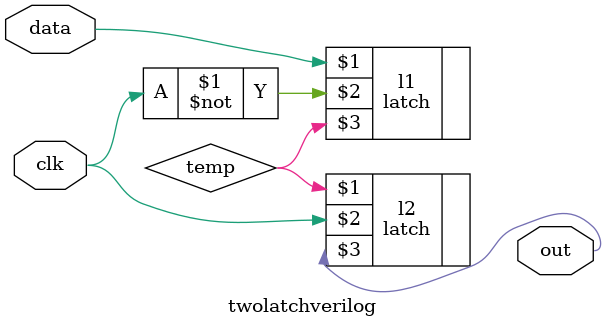
<source format=v>
`include "latchverilog.v"

module twolatchverilog (data, clk, out);
    input data;
    input clk;
    output reg out;

wire temp;

latch l1(data, ~clk, temp);
latch l2(temp, clk, out);

endmodule


</source>
